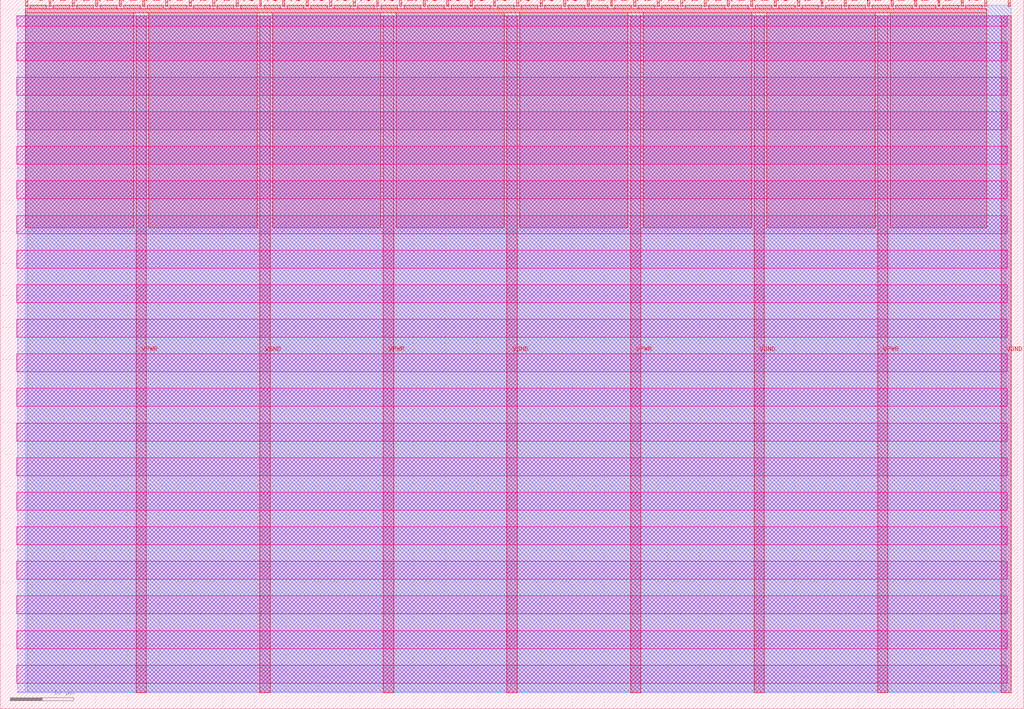
<source format=lef>
VERSION 5.7 ;
  NOWIREEXTENSIONATPIN ON ;
  DIVIDERCHAR "/" ;
  BUSBITCHARS "[]" ;
MACRO tt_um_ram
  CLASS BLOCK ;
  FOREIGN tt_um_ram ;
  ORIGIN 0.000 0.000 ;
  SIZE 161.000 BY 111.520 ;
  PIN VGND
    DIRECTION INOUT ;
    USE GROUND ;
    PORT
      LAYER met4 ;
        RECT 40.830 2.480 42.430 109.040 ;
    END
    PORT
      LAYER met4 ;
        RECT 79.700 2.480 81.300 109.040 ;
    END
    PORT
      LAYER met4 ;
        RECT 118.570 2.480 120.170 109.040 ;
    END
    PORT
      LAYER met4 ;
        RECT 157.440 2.480 159.040 109.040 ;
    END
  END VGND
  PIN VPWR
    DIRECTION INOUT ;
    USE POWER ;
    PORT
      LAYER met4 ;
        RECT 21.395 2.480 22.995 109.040 ;
    END
    PORT
      LAYER met4 ;
        RECT 60.265 2.480 61.865 109.040 ;
    END
    PORT
      LAYER met4 ;
        RECT 99.135 2.480 100.735 109.040 ;
    END
    PORT
      LAYER met4 ;
        RECT 138.005 2.480 139.605 109.040 ;
    END
  END VPWR
  PIN clk
    DIRECTION INPUT ;
    USE SIGNAL ;
    ANTENNAGATEAREA 0.852000 ;
    PORT
      LAYER met4 ;
        RECT 154.870 110.520 155.170 111.520 ;
    END
  END clk
  PIN ena
    DIRECTION INPUT ;
    USE SIGNAL ;
    PORT
      LAYER met4 ;
        RECT 158.550 110.520 158.850 111.520 ;
    END
  END ena
  PIN rst_n
    DIRECTION INPUT ;
    USE SIGNAL ;
    PORT
      LAYER met4 ;
        RECT 151.190 110.520 151.490 111.520 ;
    END
  END rst_n
  PIN ui_in[0]
    DIRECTION INPUT ;
    USE SIGNAL ;
    ANTENNAGATEAREA 0.196500 ;
    PORT
      LAYER met4 ;
        RECT 147.510 110.520 147.810 111.520 ;
    END
  END ui_in[0]
  PIN ui_in[1]
    DIRECTION INPUT ;
    USE SIGNAL ;
    ANTENNAGATEAREA 0.196500 ;
    PORT
      LAYER met4 ;
        RECT 143.830 110.520 144.130 111.520 ;
    END
  END ui_in[1]
  PIN ui_in[2]
    DIRECTION INPUT ;
    USE SIGNAL ;
    ANTENNAGATEAREA 0.126000 ;
    PORT
      LAYER met4 ;
        RECT 140.150 110.520 140.450 111.520 ;
    END
  END ui_in[2]
  PIN ui_in[3]
    DIRECTION INPUT ;
    USE SIGNAL ;
    ANTENNAGATEAREA 0.126000 ;
    PORT
      LAYER met4 ;
        RECT 136.470 110.520 136.770 111.520 ;
    END
  END ui_in[3]
  PIN ui_in[4]
    DIRECTION INPUT ;
    USE SIGNAL ;
    ANTENNAGATEAREA 0.213000 ;
    PORT
      LAYER met4 ;
        RECT 132.790 110.520 133.090 111.520 ;
    END
  END ui_in[4]
  PIN ui_in[5]
    DIRECTION INPUT ;
    USE SIGNAL ;
    ANTENNAGATEAREA 0.213000 ;
    PORT
      LAYER met4 ;
        RECT 129.110 110.520 129.410 111.520 ;
    END
  END ui_in[5]
  PIN ui_in[6]
    DIRECTION INPUT ;
    USE SIGNAL ;
    ANTENNAGATEAREA 0.213000 ;
    PORT
      LAYER met4 ;
        RECT 125.430 110.520 125.730 111.520 ;
    END
  END ui_in[6]
  PIN ui_in[7]
    DIRECTION INPUT ;
    USE SIGNAL ;
    ANTENNAGATEAREA 0.213000 ;
    PORT
      LAYER met4 ;
        RECT 121.750 110.520 122.050 111.520 ;
    END
  END ui_in[7]
  PIN uio_in[0]
    DIRECTION INPUT ;
    USE SIGNAL ;
    ANTENNAGATEAREA 0.196500 ;
    PORT
      LAYER met4 ;
        RECT 118.070 110.520 118.370 111.520 ;
    END
  END uio_in[0]
  PIN uio_in[1]
    DIRECTION INPUT ;
    USE SIGNAL ;
    PORT
      LAYER met4 ;
        RECT 114.390 110.520 114.690 111.520 ;
    END
  END uio_in[1]
  PIN uio_in[2]
    DIRECTION INPUT ;
    USE SIGNAL ;
    PORT
      LAYER met4 ;
        RECT 110.710 110.520 111.010 111.520 ;
    END
  END uio_in[2]
  PIN uio_in[3]
    DIRECTION INPUT ;
    USE SIGNAL ;
    PORT
      LAYER met4 ;
        RECT 107.030 110.520 107.330 111.520 ;
    END
  END uio_in[3]
  PIN uio_in[4]
    DIRECTION INPUT ;
    USE SIGNAL ;
    PORT
      LAYER met4 ;
        RECT 103.350 110.520 103.650 111.520 ;
    END
  END uio_in[4]
  PIN uio_in[5]
    DIRECTION INPUT ;
    USE SIGNAL ;
    PORT
      LAYER met4 ;
        RECT 99.670 110.520 99.970 111.520 ;
    END
  END uio_in[5]
  PIN uio_in[6]
    DIRECTION INPUT ;
    USE SIGNAL ;
    PORT
      LAYER met4 ;
        RECT 95.990 110.520 96.290 111.520 ;
    END
  END uio_in[6]
  PIN uio_in[7]
    DIRECTION INPUT ;
    USE SIGNAL ;
    PORT
      LAYER met4 ;
        RECT 92.310 110.520 92.610 111.520 ;
    END
  END uio_in[7]
  PIN uio_oe[0]
    DIRECTION OUTPUT TRISTATE ;
    USE SIGNAL ;
    PORT
      LAYER met4 ;
        RECT 29.750 110.520 30.050 111.520 ;
    END
  END uio_oe[0]
  PIN uio_oe[1]
    DIRECTION OUTPUT TRISTATE ;
    USE SIGNAL ;
    PORT
      LAYER met4 ;
        RECT 26.070 110.520 26.370 111.520 ;
    END
  END uio_oe[1]
  PIN uio_oe[2]
    DIRECTION OUTPUT TRISTATE ;
    USE SIGNAL ;
    PORT
      LAYER met4 ;
        RECT 22.390 110.520 22.690 111.520 ;
    END
  END uio_oe[2]
  PIN uio_oe[3]
    DIRECTION OUTPUT TRISTATE ;
    USE SIGNAL ;
    PORT
      LAYER met4 ;
        RECT 18.710 110.520 19.010 111.520 ;
    END
  END uio_oe[3]
  PIN uio_oe[4]
    DIRECTION OUTPUT TRISTATE ;
    USE SIGNAL ;
    PORT
      LAYER met4 ;
        RECT 15.030 110.520 15.330 111.520 ;
    END
  END uio_oe[4]
  PIN uio_oe[5]
    DIRECTION OUTPUT TRISTATE ;
    USE SIGNAL ;
    PORT
      LAYER met4 ;
        RECT 11.350 110.520 11.650 111.520 ;
    END
  END uio_oe[5]
  PIN uio_oe[6]
    DIRECTION OUTPUT TRISTATE ;
    USE SIGNAL ;
    PORT
      LAYER met4 ;
        RECT 7.670 110.520 7.970 111.520 ;
    END
  END uio_oe[6]
  PIN uio_oe[7]
    DIRECTION OUTPUT TRISTATE ;
    USE SIGNAL ;
    PORT
      LAYER met4 ;
        RECT 3.990 110.520 4.290 111.520 ;
    END
  END uio_oe[7]
  PIN uio_out[0]
    DIRECTION OUTPUT TRISTATE ;
    USE SIGNAL ;
    PORT
      LAYER met4 ;
        RECT 59.190 110.520 59.490 111.520 ;
    END
  END uio_out[0]
  PIN uio_out[1]
    DIRECTION OUTPUT TRISTATE ;
    USE SIGNAL ;
    PORT
      LAYER met4 ;
        RECT 55.510 110.520 55.810 111.520 ;
    END
  END uio_out[1]
  PIN uio_out[2]
    DIRECTION OUTPUT TRISTATE ;
    USE SIGNAL ;
    PORT
      LAYER met4 ;
        RECT 51.830 110.520 52.130 111.520 ;
    END
  END uio_out[2]
  PIN uio_out[3]
    DIRECTION OUTPUT TRISTATE ;
    USE SIGNAL ;
    PORT
      LAYER met4 ;
        RECT 48.150 110.520 48.450 111.520 ;
    END
  END uio_out[3]
  PIN uio_out[4]
    DIRECTION OUTPUT TRISTATE ;
    USE SIGNAL ;
    PORT
      LAYER met4 ;
        RECT 44.470 110.520 44.770 111.520 ;
    END
  END uio_out[4]
  PIN uio_out[5]
    DIRECTION OUTPUT TRISTATE ;
    USE SIGNAL ;
    PORT
      LAYER met4 ;
        RECT 40.790 110.520 41.090 111.520 ;
    END
  END uio_out[5]
  PIN uio_out[6]
    DIRECTION OUTPUT TRISTATE ;
    USE SIGNAL ;
    PORT
      LAYER met4 ;
        RECT 37.110 110.520 37.410 111.520 ;
    END
  END uio_out[6]
  PIN uio_out[7]
    DIRECTION OUTPUT TRISTATE ;
    USE SIGNAL ;
    PORT
      LAYER met4 ;
        RECT 33.430 110.520 33.730 111.520 ;
    END
  END uio_out[7]
  PIN uo_out[0]
    DIRECTION OUTPUT TRISTATE ;
    USE SIGNAL ;
    ANTENNADIFFAREA 0.891000 ;
    PORT
      LAYER met4 ;
        RECT 88.630 110.520 88.930 111.520 ;
    END
  END uo_out[0]
  PIN uo_out[1]
    DIRECTION OUTPUT TRISTATE ;
    USE SIGNAL ;
    ANTENNADIFFAREA 0.891000 ;
    PORT
      LAYER met4 ;
        RECT 84.950 110.520 85.250 111.520 ;
    END
  END uo_out[1]
  PIN uo_out[2]
    DIRECTION OUTPUT TRISTATE ;
    USE SIGNAL ;
    ANTENNADIFFAREA 0.891000 ;
    PORT
      LAYER met4 ;
        RECT 81.270 110.520 81.570 111.520 ;
    END
  END uo_out[2]
  PIN uo_out[3]
    DIRECTION OUTPUT TRISTATE ;
    USE SIGNAL ;
    ANTENNADIFFAREA 0.891000 ;
    PORT
      LAYER met4 ;
        RECT 77.590 110.520 77.890 111.520 ;
    END
  END uo_out[3]
  PIN uo_out[4]
    DIRECTION OUTPUT TRISTATE ;
    USE SIGNAL ;
    PORT
      LAYER met4 ;
        RECT 73.910 110.520 74.210 111.520 ;
    END
  END uo_out[4]
  PIN uo_out[5]
    DIRECTION OUTPUT TRISTATE ;
    USE SIGNAL ;
    PORT
      LAYER met4 ;
        RECT 70.230 110.520 70.530 111.520 ;
    END
  END uo_out[5]
  PIN uo_out[6]
    DIRECTION OUTPUT TRISTATE ;
    USE SIGNAL ;
    PORT
      LAYER met4 ;
        RECT 66.550 110.520 66.850 111.520 ;
    END
  END uo_out[6]
  PIN uo_out[7]
    DIRECTION OUTPUT TRISTATE ;
    USE SIGNAL ;
    PORT
      LAYER met4 ;
        RECT 62.870 110.520 63.170 111.520 ;
    END
  END uo_out[7]
  OBS
      LAYER nwell ;
        RECT 2.570 107.385 158.430 108.990 ;
        RECT 2.570 101.945 158.430 104.775 ;
        RECT 2.570 96.505 158.430 99.335 ;
        RECT 2.570 91.065 158.430 93.895 ;
        RECT 2.570 85.625 158.430 88.455 ;
        RECT 2.570 80.185 158.430 83.015 ;
        RECT 2.570 74.745 158.430 77.575 ;
        RECT 2.570 69.305 158.430 72.135 ;
        RECT 2.570 63.865 158.430 66.695 ;
        RECT 2.570 58.425 158.430 61.255 ;
        RECT 2.570 52.985 158.430 55.815 ;
        RECT 2.570 47.545 158.430 50.375 ;
        RECT 2.570 42.105 158.430 44.935 ;
        RECT 2.570 36.665 158.430 39.495 ;
        RECT 2.570 31.225 158.430 34.055 ;
        RECT 2.570 25.785 158.430 28.615 ;
        RECT 2.570 20.345 158.430 23.175 ;
        RECT 2.570 14.905 158.430 17.735 ;
        RECT 2.570 9.465 158.430 12.295 ;
        RECT 2.570 4.025 158.430 6.855 ;
      LAYER li1 ;
        RECT 2.760 2.635 158.240 108.885 ;
      LAYER met1 ;
        RECT 2.760 2.480 159.040 109.040 ;
      LAYER met2 ;
        RECT 4.230 2.535 159.010 110.685 ;
      LAYER met3 ;
        RECT 3.950 2.555 159.030 110.665 ;
      LAYER met4 ;
        RECT 4.690 110.120 7.270 110.665 ;
        RECT 8.370 110.120 10.950 110.665 ;
        RECT 12.050 110.120 14.630 110.665 ;
        RECT 15.730 110.120 18.310 110.665 ;
        RECT 19.410 110.120 21.990 110.665 ;
        RECT 23.090 110.120 25.670 110.665 ;
        RECT 26.770 110.120 29.350 110.665 ;
        RECT 30.450 110.120 33.030 110.665 ;
        RECT 34.130 110.120 36.710 110.665 ;
        RECT 37.810 110.120 40.390 110.665 ;
        RECT 41.490 110.120 44.070 110.665 ;
        RECT 45.170 110.120 47.750 110.665 ;
        RECT 48.850 110.120 51.430 110.665 ;
        RECT 52.530 110.120 55.110 110.665 ;
        RECT 56.210 110.120 58.790 110.665 ;
        RECT 59.890 110.120 62.470 110.665 ;
        RECT 63.570 110.120 66.150 110.665 ;
        RECT 67.250 110.120 69.830 110.665 ;
        RECT 70.930 110.120 73.510 110.665 ;
        RECT 74.610 110.120 77.190 110.665 ;
        RECT 78.290 110.120 80.870 110.665 ;
        RECT 81.970 110.120 84.550 110.665 ;
        RECT 85.650 110.120 88.230 110.665 ;
        RECT 89.330 110.120 91.910 110.665 ;
        RECT 93.010 110.120 95.590 110.665 ;
        RECT 96.690 110.120 99.270 110.665 ;
        RECT 100.370 110.120 102.950 110.665 ;
        RECT 104.050 110.120 106.630 110.665 ;
        RECT 107.730 110.120 110.310 110.665 ;
        RECT 111.410 110.120 113.990 110.665 ;
        RECT 115.090 110.120 117.670 110.665 ;
        RECT 118.770 110.120 121.350 110.665 ;
        RECT 122.450 110.120 125.030 110.665 ;
        RECT 126.130 110.120 128.710 110.665 ;
        RECT 129.810 110.120 132.390 110.665 ;
        RECT 133.490 110.120 136.070 110.665 ;
        RECT 137.170 110.120 139.750 110.665 ;
        RECT 140.850 110.120 143.430 110.665 ;
        RECT 144.530 110.120 147.110 110.665 ;
        RECT 148.210 110.120 150.790 110.665 ;
        RECT 151.890 110.120 154.470 110.665 ;
        RECT 3.975 109.440 155.185 110.120 ;
        RECT 3.975 75.655 20.995 109.440 ;
        RECT 23.395 75.655 40.430 109.440 ;
        RECT 42.830 75.655 59.865 109.440 ;
        RECT 62.265 75.655 79.300 109.440 ;
        RECT 81.700 75.655 98.735 109.440 ;
        RECT 101.135 75.655 118.170 109.440 ;
        RECT 120.570 75.655 137.605 109.440 ;
        RECT 140.005 75.655 155.185 109.440 ;
  END
END tt_um_ram
END LIBRARY


</source>
